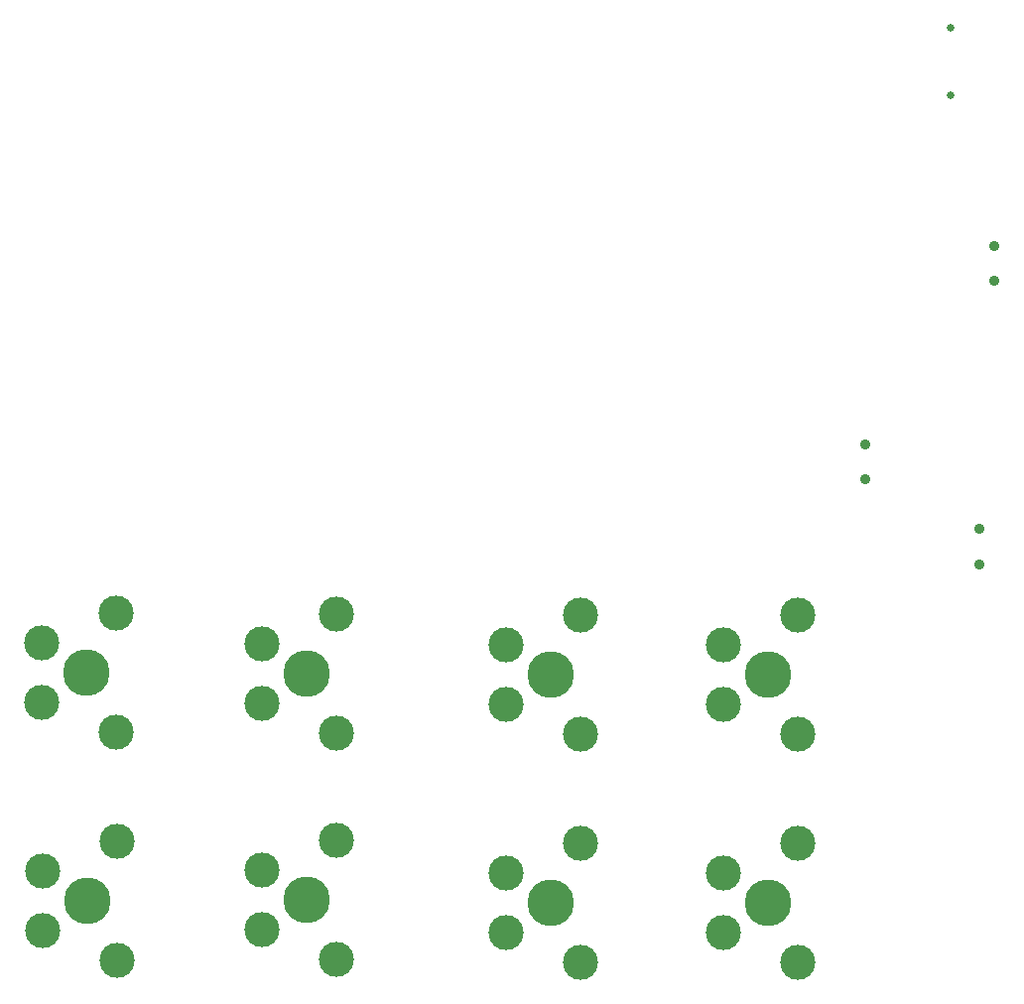
<source format=gbr>
%TF.GenerationSoftware,KiCad,Pcbnew,8.0.2*%
%TF.CreationDate,2025-08-30T14:26:55+07:00*%
%TF.ProjectId,minions,6d696e69-6f6e-4732-9e6b-696361645f70,1*%
%TF.SameCoordinates,Original*%
%TF.FileFunction,NonPlated,1,2,NPTH,Drill*%
%TF.FilePolarity,Positive*%
%FSLAX46Y46*%
G04 Gerber Fmt 4.6, Leading zero omitted, Abs format (unit mm)*
G04 Created by KiCad (PCBNEW 8.0.2) date 2025-08-30 14:26:55*
%MOMM*%
%LPD*%
G01*
G04 APERTURE LIST*
%TA.AperFunction,ComponentDrill*%
%ADD10C,0.650000*%
%TD*%
%TA.AperFunction,ComponentDrill*%
%ADD11C,0.900000*%
%TD*%
%TA.AperFunction,ComponentDrill*%
%ADD12C,3.000000*%
%TD*%
%TA.AperFunction,ComponentDrill*%
%ADD13C,3.987800*%
%TD*%
G04 APERTURE END LIST*
D10*
%TO.C,P1*%
X195347327Y-78287666D03*
X195347329Y-72507666D03*
D11*
%TO.C,SW3*%
X188032328Y-108047671D03*
X188032328Y-111047671D03*
%TO.C,SW2*%
X197760002Y-115300000D03*
X197760002Y-118300000D03*
%TO.C,SW4*%
X199032327Y-91139486D03*
X199032327Y-94139486D03*
D12*
%TO.C,K3*%
X117780000Y-124970000D03*
X117780000Y-130050000D03*
%TO.C,K7*%
X117880000Y-144470000D03*
X117880000Y-149550000D03*
%TO.C,K3*%
X124130000Y-122430000D03*
X124130000Y-132590000D03*
%TO.C,K7*%
X124230000Y-141930000D03*
X124230000Y-152090000D03*
%TO.C,K6*%
X136580000Y-125070000D03*
X136580000Y-130150000D03*
%TO.C,K8*%
X136580000Y-144420000D03*
X136580000Y-149500000D03*
%TO.C,K6*%
X142930000Y-122530000D03*
X142930000Y-132690000D03*
%TO.C,K8*%
X142930000Y-141880000D03*
X142930000Y-152040000D03*
%TO.C,K1*%
X157340000Y-125130000D03*
X157340000Y-130210000D03*
%TO.C,K2*%
X157340000Y-144630000D03*
X157340000Y-149710000D03*
%TO.C,K1*%
X163690000Y-122590000D03*
X163690000Y-132750000D03*
%TO.C,K2*%
X163690000Y-142090000D03*
X163690000Y-152250000D03*
%TO.C,K4*%
X175900000Y-125160000D03*
X175900000Y-130240000D03*
%TO.C,K5*%
X175900000Y-144660000D03*
X175900000Y-149740000D03*
%TO.C,K4*%
X182250000Y-122620000D03*
X182250000Y-132780000D03*
%TO.C,K5*%
X182250000Y-142120000D03*
X182250000Y-152280000D03*
D13*
%TO.C,K3*%
X121590000Y-127510000D03*
%TO.C,K7*%
X121690000Y-147010000D03*
%TO.C,K6*%
X140390000Y-127610000D03*
%TO.C,K8*%
X140390000Y-146960000D03*
%TO.C,K1*%
X161150000Y-127670000D03*
%TO.C,K2*%
X161150000Y-147170000D03*
%TO.C,K4*%
X179710000Y-127700000D03*
%TO.C,K5*%
X179710000Y-147200000D03*
M02*

</source>
